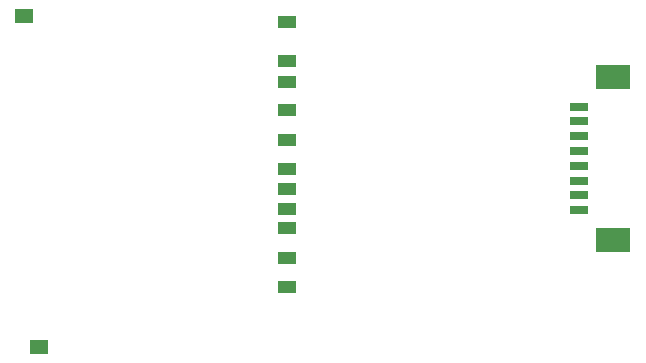
<source format=gbr>
%TF.GenerationSoftware,KiCad,Pcbnew,(5.1.9)-1*%
%TF.CreationDate,2021-02-11T17:43:00-05:00*%
%TF.ProjectId,SD_Card,53445f43-6172-4642-9e6b-696361645f70,rev?*%
%TF.SameCoordinates,Original*%
%TF.FileFunction,Paste,Top*%
%TF.FilePolarity,Positive*%
%FSLAX46Y46*%
G04 Gerber Fmt 4.6, Leading zero omitted, Abs format (unit mm)*
G04 Created by KiCad (PCBNEW (5.1.9)-1) date 2021-02-11 17:43:00*
%MOMM*%
%LPD*%
G01*
G04 APERTURE LIST*
%ADD10R,1.600000X0.800000*%
%ADD11R,3.000000X2.100000*%
%ADD12R,1.524000X1.000000*%
%ADD13R,1.524000X1.300000*%
G04 APERTURE END LIST*
D10*
%TO.C,J2*%
X167619000Y-107686000D03*
X167619000Y-108936000D03*
X167619000Y-110186000D03*
X167619000Y-111436000D03*
X167619000Y-112686000D03*
X167619000Y-113936000D03*
X167619000Y-115186000D03*
X167619000Y-116436000D03*
D11*
X170519000Y-105136000D03*
X170519000Y-118986000D03*
%TD*%
D12*
%TO.C,J1*%
X142875000Y-120475000D03*
X142875000Y-117975000D03*
X142875000Y-122975000D03*
X142875000Y-116325000D03*
X142875000Y-114675000D03*
X142875000Y-112975000D03*
X142875000Y-110475000D03*
X142875000Y-107975000D03*
X142875000Y-105550000D03*
X142875000Y-100500000D03*
X142875000Y-103850000D03*
D13*
X121875000Y-128000000D03*
X120675000Y-100000000D03*
%TD*%
M02*

</source>
